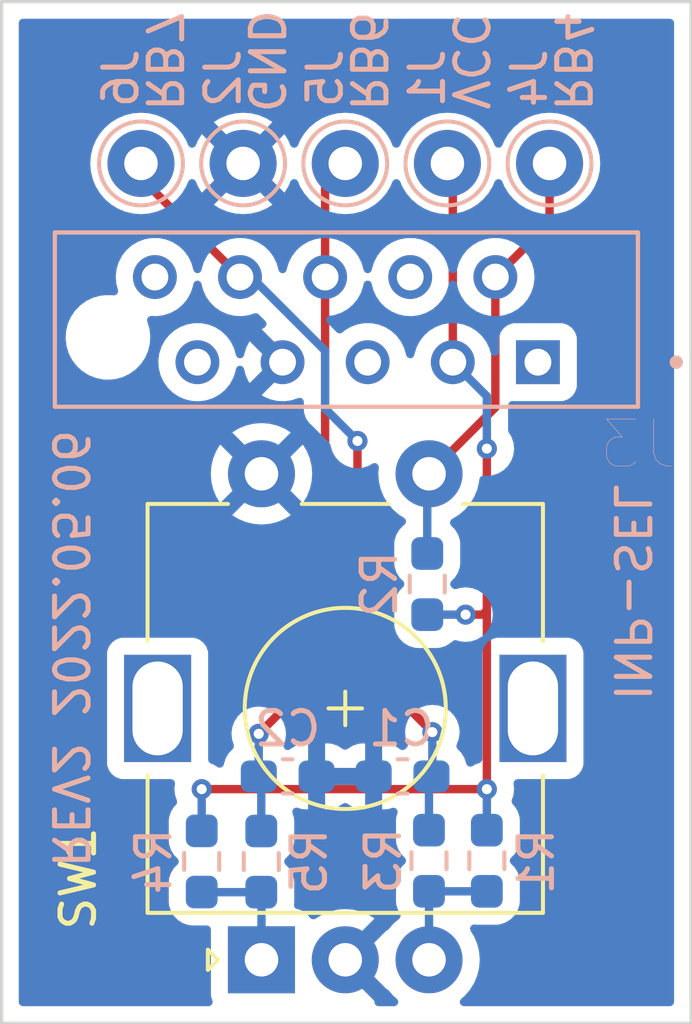
<source format=kicad_pcb>
(kicad_pcb (version 20211014) (generator pcbnew)
  (layers (0 "F.Cu" signal) (31 "B.Cu" signal) (34 "B.Paste" user) (35 "F.Paste" user) (36 "B.SilkS" user "B.Silkscreen") (37 "F.SilkS" user "F.Silkscreen") (38 "B.Mask" user) (39 "F.Mask" user) (44 "Edge.Cuts" user))
  (net 0 "")
  (net 1 "GND")
  (net 2 "RB7{slash}CHB")
  (net 3 "RB6{slash}CHA")
  (net 4 "VCC")
  (net 9 "RB4{slash}SW")
  (net 11 "Net-(R3-Pad1)")
  (net 12 "Net-(R5-Pad1)")
  (footprint "Rotary_Encoder:RotaryEncoder_Alps_EC11E-Switch_Vertical_H20mm" (layer "F.Cu") (at 139.833 79.386 90)
    (fp_text reference "SW1" (at 2.424 -5.467 90) (layer "F.SilkS"))
    (fp_text value "RotaryEncoder_Switch")
    (fp_line (start 5.5 -3.4) (end 1.4 -3.4) (layer "F.SilkS") (width 0.12))
    (fp_line (start 1.4 -3.4) (end 1.4 8.4) (layer "F.SilkS") (width 0.12))
    (fp_line (start 13.6 8.4) (end 9.5 8.4) (layer "F.SilkS") (width 0.12))
    (fp_line (start 0 -1.3) (end -0.3 -1.6) (layer "F.SilkS") (width 0.12))
    (fp_line (start 7 2.5) (end 8 2.5) (layer "F.SilkS") (width 0.12))
    (fp_line (start 9.5 -3.4) (end 13.6 -3.4) (layer "F.SilkS") (width 0.12))
    (fp_line (start 0.3 -1.6) (end 0 -1.3) (layer "F.SilkS") (width 0.12))
    (fp_line (start 13.6 1.2) (end 13.6 3.8) (layer "F.SilkS") (width 0.12))
    (fp_line (start 5.5 8.4) (end 1.4 8.4) (layer "F.SilkS") (width 0.12))
    (fp_line (start 13.6 6) (end 13.6 8.4) (layer "F.SilkS") (width 0.12))
    (fp_line (start 13.6 -3.4) (end 13.6 -1) (layer "F.SilkS") (width 0.12))
    (fp_line (start 7.5 2) (end 7.5 3) (layer "F.SilkS") (width 0.12))
    (fp_line (start -0.3 -1.6) (end 0.3 -1.6) (layer "F.SilkS") (width 0.12))
    (fp_circle (center 7.5 2.5) (end 10.5 2.5) (layer "F.SilkS") (width 0.12) (fill none))
    (pad "A" thru_hole rect (at 0 0 90) (size 2 2) (drill 1) (layers *.Cu *.Mask) (net 12 "Net-(R5-Pad1)"))
    (pad "B" thru_hole circle (at 0 5 90) (size 2 2) (drill 1) (layers *.Cu *.Mask) (net 11 "Net-(R3-Pad1)"))
    (pad "C" thru_hole circle (at 0 2.5 90) (size 2 2) (drill 1) (layers *.Cu *.Mask) (net 1 "GND"))
    (pad "MP" thru_hole rect (at 7.5 -3.1 90) (size 3.2 2) (drill oval 2.8 1.5) (layers *.Cu *.Mask))
    (pad "MP" thru_hole rect (at 7.5 8.1 90) (size 3.2 2) (drill oval 2.8 1.5) (layers *.Cu *.Mask))
    (pad "S1" thru_hole circle (at 14.5 5 90) (size 2 2) (drill 1) (layers *.Cu *.Mask) (net 9 "RB4{slash}SW"))
    (pad "S2" thru_hole circle (at 14.5 0 90) (size 2 2) (drill 1) (layers *.Cu *.Mask) (net 1 "GND"))
  )
  (footprint "Connector_Pin:Pin_D1.0mm_L10.0mm" (layer "B.Cu") (at 139.285 55.626 180)
    (fp_text reference "J2" (at 0.601 2.54 90) (layer "B.SilkS") (effects (justify mirror)))
    (fp_text value "GND")
    (fp_circle (center 0 0) (end 1.25 -0.05) (layer "B.SilkS") (width 0.12) (fill none))
    (pad "1" thru_hole circle (at 0 0 180) (size 2 2) (drill 1) (layers *.Cu *.Mask) (net 1 "GND"))
  )
  (footprint "Resistor_SMD:R_0603_1608Metric_Pad0.98x0.95mm_HandSolder" (layer "B.Cu") (at 146.558 76.4305 -90)
    (fp_text reference "R1" (at 0.0235 -1.4732 90) (layer "B.SilkS") (effects (justify mirror)))
    (fp_text value "10k")
    (fp_line (start -0.254724 -0.5225) (end 0.254724 -0.5225) (layer "B.SilkS") (width 0.12))
    (fp_line (start -0.254724 0.5225) (end 0.254724 0.5225) (layer "B.SilkS") (width 0.12))
    (pad "1" smd roundrect (at -0.9125 0 270) (size 0.975 0.95) (layers "B.Cu" "B.Paste" "B.Mask") (net 4 "VCC"))
    (pad "2" smd roundrect (at 0.9125 0 270) (size 0.975 0.95) (layers "B.Cu" "B.Paste" "B.Mask") (net 11 "Net-(R3-Pad1)"))
  )
  (footprint "Resistor_SMD:R_0603_1608Metric_Pad0.98x0.95mm_HandSolder" (layer "B.Cu") (at 144.8308 76.4305 90)
    (fp_text reference "R3" (at 0 -1.363 90) (layer "B.SilkS") (effects (justify mirror)))
    (fp_text value "10k")
    (fp_line (start -0.254724 0.5225) (end 0.254724 0.5225) (layer "B.SilkS") (width 0.12))
    (fp_line (start -0.254724 -0.5225) (end 0.254724 -0.5225) (layer "B.SilkS") (width 0.12))
    (pad "1" smd roundrect (at -0.9125 0 90) (size 0.975 0.95) (layers "B.Cu" "B.Paste" "B.Mask") (net 11 "Net-(R3-Pad1)"))
    (pad "2" smd roundrect (at 0.9125 0 90) (size 0.975 0.95) (layers "B.Cu" "B.Paste" "B.Mask") (net 2 "RB7{slash}CHB"))
  )
  (footprint "Capacitor_SMD:C_0603_1608Metric_Pad1.08x0.95mm_HandSolder" (layer "B.Cu") (at 140.6155 73.914 180)
    (fp_text reference "C2" (at 0.0011 1.4224) (layer "B.SilkS") (effects (justify mirror)))
    (fp_text value "10nF")
    (fp_line (start -0.146267 -0.51) (end 0.146267 -0.51) (layer "B.SilkS") (width 0.12))
    (fp_line (start -0.146267 0.51) (end 0.146267 0.51) (layer "B.SilkS") (width 0.12))
    (pad "1" smd roundrect (at -0.8625 0 180) (size 1.075 0.95) (layers "B.Cu" "B.Paste" "B.Mask") (net 1 "GND"))
    (pad "2" smd roundrect (at 0.8625 0 180) (size 1.075 0.95) (layers "B.Cu" "B.Paste" "B.Mask") (net 3 "RB6{slash}CHA"))
  )
  (footprint "Capacitor_SMD:C_0603_1608Metric_Pad1.08x0.95mm_HandSolder" (layer "B.Cu") (at 144.0423 73.914)
    (fp_text reference "C1" (at -0.0243 -1.4224) (layer "B.SilkS") (effects (justify mirror)))
    (fp_text value "10nF")
    (fp_line (start -0.146267 -0.51) (end 0.146267 -0.51) (layer "B.SilkS") (width 0.12))
    (fp_line (start -0.146267 0.51) (end 0.146267 0.51) (layer "B.SilkS") (width 0.12))
    (pad "1" smd roundrect (at -0.8625 0) (size 1.075 0.95) (layers "B.Cu" "B.Paste" "B.Mask") (net 1 "GND"))
    (pad "2" smd roundrect (at 0.8625 0) (size 1.075 0.95) (layers "B.Cu" "B.Paste" "B.Mask") (net 2 "RB7{slash}CHB"))
  )
  (footprint "Resistor_SMD:R_0603_1608Metric_Pad0.98x0.95mm_HandSolder" (layer "B.Cu") (at 144.78 68.1755 -90)
    (fp_text reference "R2" (at 0 1.43 90) (layer "B.SilkS") (effects (justify mirror)))
    (fp_text value "10k")
    (fp_line (start -0.254724 0.5225) (end 0.254724 0.5225) (layer "B.SilkS") (width 0.12))
    (fp_line (start -0.254724 -0.5225) (end 0.254724 -0.5225) (layer "B.SilkS") (width 0.12))
    (pad "1" smd roundrect (at -0.9125 0 270) (size 0.975 0.95) (layers "B.Cu" "B.Paste" "B.Mask") (net 9 "RB4{slash}SW"))
    (pad "2" smd roundrect (at 0.9125 0 270) (size 0.975 0.95) (layers "B.Cu" "B.Paste" "B.Mask") (net 4 "VCC"))
  )
  (footprint "Connector_Pin:Pin_D1.0mm_L10.0mm" (layer "B.Cu") (at 136.237 55.626 180)
    (fp_text reference "J6" (at 0.601 2.54 90) (layer "B.SilkS") (effects (justify mirror)))
    (fp_text value "RB7")
    (fp_circle (center 0 0) (end 1.25 -0.05) (layer "B.SilkS") (width 0.12) (fill none))
    (pad "1" thru_hole circle (at 0 0 180) (size 2 2) (drill 1) (layers *.Cu *.Mask) (net 2 "RB7{slash}CHB"))
  )
  (footprint "kicad-snk:TE_CONN_RCPT_10POS_0.1_TIN_PCB" (layer "B.Cu") (at 148.082 61.556 180)
    (fp_text reference "J3" (at -2.985 -2.452) (layer "B.SilkS") (effects (font (size 1.40137 1.40137) (thickness 0.015)) (justify mirror)))
    (fp_text value "B")
    (fp_line (start 14.415 3.87) (end 14.415 -1.33) (layer "B.SilkS") (width 0.127))
    (fp_line (start 14.415 -1.33) (end -2.985 -1.33) (layer "B.SilkS") (width 0.127))
    (fp_line (start -2.985 -1.33) (end -2.985 3.87) (layer "B.SilkS") (width 0.127))
    (fp_line (start -2.985 3.87) (end 14.415 3.87) (layer "B.SilkS") (width 0.127))
    (fp_circle (center -4.13 0) (end -4.03 0) (layer "B.SilkS") (width 0.2) (fill none))
    (pad "" np_thru_hole circle locked (at 12.83 0.74 180) (size 1.5 1.5) (drill 1.5) (layers *.Cu *.Mask))
    (pad "1" thru_hole rect locked (at 0 0 180) (size 1.308 1.308) (drill 0.8) (layers *.Cu *.Mask))
    (pad "2" thru_hole circle locked (at 1.27 2.54 180) (size 1.308 1.308) (drill 0.8) (layers *.Cu *.Mask) (net 9 "RB4{slash}SW"))
    (pad "3" thru_hole circle locked (at 2.54 0 180) (size 1.308 1.308) (drill 0.8) (layers *.Cu *.Mask) (net 4 "VCC"))
    (pad "4" thru_hole circle locked (at 3.81 2.54 180) (size 1.308 1.308) (drill 0.8) (layers *.Cu *.Mask))
    (pad "5" thru_hole circle locked (at 5.08 0 180) (size 1.308 1.308) (drill 0.8) (layers *.Cu *.Mask))
    (pad "6" thru_hole circle locked (at 6.35 2.54 180) (size 1.308 1.308) (drill 0.8) (layers *.Cu *.Mask) (net 3 "RB6{slash}CHA"))
    (pad "7" thru_hole circle locked (at 7.62 0 180) (size 1.308 1.308) (drill 0.8) (layers *.Cu *.Mask) (net 1 "GND"))
    (pad "8" thru_hole circle locked (at 8.89 2.54 180) (size 1.308 1.308) (drill 0.8) (layers *.Cu *.Mask) (net 2 "RB7{slash}CHB"))
    (pad "9" thru_hole circle locked (at 10.16 0 180) (size 1.308 1.308) (drill 0.8) (layers *.Cu *.Mask))
    (pad "10" thru_hole circle locked (at 11.43 2.54 180) (size 1.308 1.308) (drill 0.8) (layers *.Cu *.Mask))
  )
  (footprint "Connector_Pin:Pin_D1.0mm_L10.0mm" (layer "B.Cu") (at 142.333 55.626 180)
    (fp_text reference "J5" (at 0.601 2.54 90) (layer "B.SilkS") (effects (justify mirror)))
    (fp_text value "RB6")
    (fp_circle (center 0 0) (end 1.25 -0.05) (layer "B.SilkS") (width 0.12) (fill none))
    (pad "1" thru_hole circle (at 0 0 180) (size 2 2) (drill 1) (layers *.Cu *.Mask) (net 3 "RB6{slash}CHA"))
  )
  (footprint "Resistor_SMD:R_0603_1608Metric_Pad0.98x0.95mm_HandSolder" (layer "B.Cu") (at 139.827 76.4559 90)
    (fp_text reference "R5" (at 0 1.43 90) (layer "B.SilkS") (effects (justify mirror)))
    (fp_text value "10k")
    (fp_line (start -0.254724 0.5225) (end 0.254724 0.5225) (layer "B.SilkS") (width 0.12))
    (fp_line (start -0.254724 -0.5225) (end 0.254724 -0.5225) (layer "B.SilkS") (width 0.12))
    (pad "1" smd roundrect (at -0.9125 0 90) (size 0.975 0.95) (layers "B.Cu" "B.Paste" "B.Mask") (net 12 "Net-(R5-Pad1)"))
    (pad "2" smd roundrect (at 0.9125 0 90) (size 0.975 0.95) (layers "B.Cu" "B.Paste" "B.Mask") (net 3 "RB6{slash}CHA"))
  )
  (footprint "Connector_Pin:Pin_D1.0mm_L10.0mm" (layer "B.Cu") (at 145.381 55.626 180)
    (fp_text reference "J1" (at 0.601 2.54 90) (layer "B.SilkS") (effects (justify mirror)))
    (fp_text value "VCC")
    (fp_circle (center 0 0) (end 1.25 -0.05) (layer "B.SilkS") (width 0.12) (fill none))
    (pad "1" thru_hole circle (at 0 0 180) (size 2 2) (drill 1) (layers *.Cu *.Mask) (net 4 "VCC"))
  )
  (footprint "Connector_Pin:Pin_D1.0mm_L10.0mm" (layer "B.Cu") (at 148.429 55.626 180)
    (fp_text reference "J4" (at 0.601 2.54 90) (layer "B.SilkS") (effects (justify mirror)))
    (fp_text value "RB4")
    (fp_circle (center 0 0) (end 1.25 -0.05) (layer "B.SilkS") (width 0.12) (fill none))
    (pad "1" thru_hole circle (at 0 0 180) (size 2 2) (drill 1) (layers *.Cu *.Mask) (net 9 "RB4{slash}SW"))
  )
  (footprint "Resistor_SMD:R_0603_1608Metric_Pad0.98x0.95mm_HandSolder" (layer "B.Cu") (at 138.049 76.4521 -90)
    (fp_text reference "R4" (at 0 1.43 90) (layer "B.SilkS") (effects (justify mirror)))
    (fp_text value "10k")
    (fp_line (start -0.254724 0.5225) (end 0.254724 0.5225) (layer "B.SilkS") (width 0.12))
    (fp_line (start -0.254724 -0.5225) (end 0.254724 -0.5225) (layer "B.SilkS") (width 0.12))
    (pad "1" smd roundrect (at -0.9125 0 270) (size 0.975 0.95) (layers "B.Cu" "B.Paste" "B.Mask") (net 4 "VCC"))
    (pad "2" smd roundrect (at 0.9125 0 270) (size 0.975 0.95) (layers "B.Cu" "B.Paste" "B.Mask") (net 12 "Net-(R5-Pad1)"))
  )
  (gr_rect (start 132.08 50.8) (end 152.654 81.28) (layer "Edge.Cuts") (width 0.1) (fill none))
  (gr_text "INP-SEL" (at 150.876 68.430224 270) (layer "B.SilkS") (effects (font (size 1 1)) (justify mirror)))
  (gr_text "VCC" (at 146.05 52.578 270) (layer "B.SilkS") (effects (font (size 1 1)) (justify mirror)))
  (gr_text "RB4" (at 149.098 52.578 270) (layer "B.SilkS") (effects (font (size 1 1)) (justify mirror)))
  (gr_text "REV2 2022.05.06" (at 134.112 70.104 270) (layer "B.SilkS") (effects (font (size 1 1)) (justify mirror)))
  (gr_text "GND" (at 139.954 52.578 270) (layer "B.SilkS") (effects (font (size 1 1)) (justify mirror)))
  (gr_text "RB6" (at 143.002 52.578 270) (layer "B.SilkS") (effects (font (size 1 1)) (justify mirror)))
  (gr_text "RB7\n" (at 136.906 52.578 270) (layer "B.SilkS") (effects (font (size 1 1)) (justify mirror)))
  (segment (start 142.6972 70.358) (end 144.9324 72.5932) (width 0.25) (layer "F.Cu") (net 2))
  (segment (start 139.192 59.016) (end 136.237 56.061) (width 0.25) (layer "F.Cu") (net 2))
  (segment (start 136.237 56.061) (end 136.237 55.626) (width 0.25) (layer "F.Cu") (net 2))
  (segment (start 142.6972 63.9064) (end 142.6972 70.358) (width 0.25) (layer "F.Cu") (net 2))
  (via (at 142.6972 63.9064) (size 0.6) (drill 0.3) (layers "F.Cu" "B.Cu") (net 2))
  (via (at 144.9324 72.5932) (size 0.6) (drill 0.3) (layers "F.Cu" "B.Cu") (net 2))
  (segment (start 139.192 59.016) (end 139.534 59.016) (width 0.25) (layer "B.Cu") (net 2))
  (segment (start 144.8308 73.988) (end 144.9048 73.914) (width 0.25) (layer "B.Cu") (net 2))
  (segment (start 139.534 59.016) (end 141.732 61.214) (width 0.25) (layer "B.Cu") (net 2))
  (segment (start 144.8308 75.518) (end 144.8308 73.988) (width 0.25) (layer "B.Cu") (net 2))
  (segment (start 141.732 62.8396) (end 141.732 62.9412) (width 0.25) (layer "B.Cu") (net 2))
  (segment (start 144.9324 72.5932) (end 144.9324 73.8864) (width 0.25) (layer "B.Cu") (net 2))
  (segment (start 144.9324 73.8864) (end 144.9048 73.914) (width 0.25) (layer "B.Cu") (net 2))
  (segment (start 141.732 62.9412) (end 142.6972 63.9064) (width 0.25) (layer "B.Cu") (net 2))
  (segment (start 141.732 61.214) (end 141.732 62.8396) (width 0.25) (layer "B.Cu") (net 2))
  (segment (start 141.732 59.016) (end 141.732 56.227) (width 0.25) (layer "F.Cu") (net 3))
  (segment (start 141.732 56.227) (end 142.333 55.626) (width 0.25) (layer "F.Cu") (net 3))
  (segment (start 141.732 70.6628) (end 139.7508 72.644) (width 0.25) (layer "F.Cu") (net 3))
  (segment (start 141.732 59.016) (end 141.732 70.6628) (width 0.25) (layer "F.Cu") (net 3))
  (via (at 139.7508 72.644) (size 0.6) (drill 0.3) (layers "F.Cu" "B.Cu") (net 3))
  (segment (start 139.7508 73.9118) (end 139.753 73.914) (width 0.25) (layer "B.Cu") (net 3))
  (segment (start 139.827 73.988) (end 139.753 73.914) (width 0.25) (layer "B.Cu") (net 3))
  (segment (start 139.827 75.5434) (end 139.827 73.988) (width 0.25) (layer "B.Cu") (net 3))
  (segment (start 139.7508 72.644) (end 139.7508 73.9118) (width 0.25) (layer "B.Cu") (net 3))
  (segment (start 146.558 74.295) (end 146.558 68.961) (width 0.25) (layer "F.Cu") (net 4))
  (segment (start 145.542 61.556) (end 145.542 55.787) (width 0.25) (layer "F.Cu") (net 4))
  (segment (start 145.923 69.088) (end 146.431 69.088) (width 0.25) (layer "F.Cu") (net 4))
  (segment (start 138.049 74.295) (end 146.558 74.295) (width 0.25) (layer "F.Cu") (net 4))
  (segment (start 145.542 55.787) (end 145.381 55.626) (width 0.25) (layer "F.Cu") (net 4))
  (segment (start 146.558 68.961) (end 146.558 64.135) (width 0.25) (layer "F.Cu") (net 4))
  (segment (start 146.431 69.088) (end 146.558 68.961) (width 0.25) (layer "F.Cu") (net 4))
  (via (at 146.558 74.295) (size 0.6) (drill 0.3) (layers "F.Cu" "B.Cu") (net 4))
  (via (at 146.558 64.135) (size 0.6) (drill 0.3) (layers "F.Cu" "B.Cu") (net 4))
  (via (at 138.049 74.295) (size 0.6) (drill 0.3) (layers "F.Cu" "B.Cu") (net 4))
  (via (at 145.923 69.088) (size 0.6) (drill 0.3) (layers "F.Cu" "B.Cu") (net 4))
  (segment (start 138.1995 75.2875) (end 138.176 75.311) (width 0.25) (layer "B.Cu") (net 4))
  (segment (start 146.558 74.295) (end 146.558 75.518) (width 0.25) (layer "B.Cu") (net 4))
  (segment (start 138.049 75.5396) (end 138.049 74.295) (width 0.25) (layer "B.Cu") (net 4))
  (segment (start 146.558 62.572) (end 145.542 61.556) (width 0.25) (layer "B.Cu") (net 4))
  (segment (start 144.873 69.181) (end 144.78 69.088) (width 0.25) (layer "B.Cu") (net 4))
  (segment (start 146.558 64.135) (end 146.558 62.572) (width 0.25) (layer "B.Cu") (net 4))
  (segment (start 144.78 69.088) (end 145.923 69.088) (width 0.25) (layer "B.Cu") (net 4))
  (segment (start 146.812 62.907) (end 146.812 59.016) (width 0.25) (layer "F.Cu") (net 9))
  (segment (start 146.812 59.016) (end 148.429 57.399) (width 0.25) (layer "F.Cu") (net 9))
  (segment (start 144.833 64.886) (end 146.812 62.907) (width 0.25) (layer "F.Cu") (net 9))
  (segment (start 148.429 57.399) (end 148.429 55.626) (width 0.25) (layer "F.Cu") (net 9))
  (segment (start 144.78 67.263) (end 144.78 64.939) (width 0.25) (layer "B.Cu") (net 9))
  (segment (start 144.78 64.939) (end 144.833 64.886) (width 0.25) (layer "B.Cu") (net 9))
  (segment (start 144.833 77.3452) (end 144.8308 77.343) (width 0.25) (layer "B.Cu") (net 11))
  (segment (start 146.558 77.343) (end 144.8308 77.343) (width 0.25) (layer "B.Cu") (net 11))
  (segment (start 144.833 79.386) (end 144.833 77.3452) (width 0.25) (layer "B.Cu") (net 11))
  (segment (start 139.833 79.386) (end 139.833 77.3744) (width 0.25) (layer "B.Cu") (net 12))
  (segment (start 138.3068 77.3684) (end 138.303 77.3646) (width 0.25) (layer "B.Cu") (net 12))
  (segment (start 138.0528 77.3684) (end 138.049 77.3646) (width 0.25) (layer "B.Cu") (net 12))
  (segment (start 139.827 77.3684) (end 138.0528 77.3684) (width 0.25) (layer "B.Cu") (net 12))
  (segment (start 139.833 77.3744) (end 139.827 77.3684) (width 0.25) (layer "B.Cu") (net 12))
  (zone (net 1) (net_name "GND") (layer "B.Cu") (connect_pads (clearance 0.508)) (min_thickness 0.254) (fill yes (thermal_gap 0.508) (thermal_bridge_width 0.508))
    (polygon (pts (xy 152.654 81.28) (xy 132.08 81.28) (xy 132.08 50.8) (xy 152.654 50.8)))
  )
)
</source>
